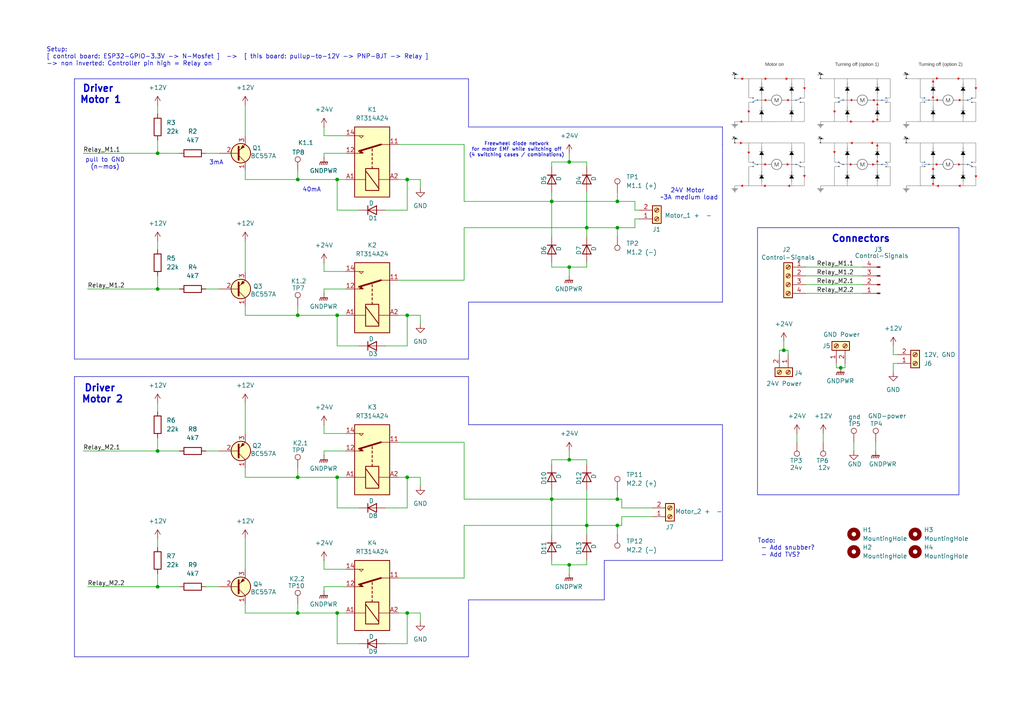
<source format=kicad_sch>
(kicad_sch (version 20231120) (generator "eeschema") (generator_version "8.0")
  (paper "A4")
  (title_block (title "chairAdjust relay-board") (date "2024-09-07") (rev "V1.0") (comment 1 "https://github.com/Jonny999999/armchair_fw ") (comment 2 "in both direction with protection") (comment 3 "2 motors for chair adjustment of armchair") (comment 4 "Relay board for controlling "))
  (lib_symbols
    (symbol "Connector:Conn_01x04_Pin" (pin_names (offset 1.016) hide)
      (property "Reference" "J" (at 0 5.08 0))
      (property "Value" "Conn_01x04_Pin" (at 0 -7.62 0))
      (symbol "Conn_01x04_Pin_1_1"
        (polyline (pts (xy 1.27 -5.08) (xy 0.8636 -5.08)) (stroke (width 0.1524)))
        (polyline (pts (xy 1.27 -2.54) (xy 0.8636 -2.54)) (stroke (width 0.1524)))
        (polyline (pts (xy 1.27 0) (xy 0.8636 0)) (stroke (width 0.1524)))
        (polyline (pts (xy 1.27 2.54) (xy 0.8636 2.54)) (stroke (width 0.1524)))
        (rectangle (start 0.8636 -4.953) (end 0 -5.207) (stroke (width 0.1524)) (fill (type outline)))
        (rectangle (start 0.8636 -2.413) (end 0 -2.667) (stroke (width 0.1524)) (fill (type outline)))
        (rectangle (start 0.8636 0.127) (end 0 -0.127) (stroke (width 0.1524)) (fill (type outline)))
        (rectangle (start 0.8636 2.667) (end 0 2.413) (stroke (width 0.1524)) (fill (type outline)))
        (pin passive line (at 5.08 2.54 180) (length 3.81) (name "Pin_1") (number "1"))
        (pin passive line (at 5.08 0 180) (length 3.81) (name "Pin_2") (number "2"))
        (pin passive line (at 5.08 -2.54 180) (length 3.81) (name "Pin_3") (number "3"))
        (pin passive line (at 5.08 -5.08 180) (length 3.81) (name "Pin_4") (number "4"))
      )
    )
    (symbol "Connector:Screw_Terminal_01x02" (pin_names (offset 1.016) hide)
      (property "Reference" "J" (at 0 2.54 0))
      (property "Value" "Screw_Terminal_01x02" (at 0 -5.08 0))
      (symbol "Screw_Terminal_01x02_1_1"
        (rectangle (start -1.27 1.27) (end 1.27 -3.81) (stroke (width 0.254)) (fill (type background)))
        (circle (center 0 -2.54) (radius 0.635) (stroke (width 0.1524)))
        (polyline (pts (xy -0.5334 -2.2098) (xy 0.3302 -3.048)) (stroke (width 0.1524)))
        (polyline (pts (xy -0.5334 0.3302) (xy 0.3302 -0.508)) (stroke (width 0.1524)))
        (polyline (pts (xy -0.3556 -2.032) (xy 0.508 -2.8702)) (stroke (width 0.1524)))
        (polyline (pts (xy -0.3556 0.508) (xy 0.508 -0.3302)) (stroke (width 0.1524)))
        (circle (center 0 0) (radius 0.635) (stroke (width 0.1524)))
        (pin passive line (at -5.08 0 0) (length 3.81) (name "Pin_1") (number "1"))
        (pin passive line (at -5.08 -2.54 0) (length 3.81) (name "Pin_2") (number "2"))
      )
    )
    (symbol "Connector:Screw_Terminal_01x04" (pin_names (offset 1.016) hide)
      (property "Reference" "J" (at 0 5.08 0))
      (property "Value" "Screw_Terminal_01x04" (at 0 -7.62 0))
      (symbol "Screw_Terminal_01x04_1_1"
        (rectangle (start -1.27 3.81) (end 1.27 -6.35) (stroke (width 0.254)) (fill (type background)))
        (circle (center 0 -5.08) (radius 0.635) (stroke (width 0.1524)))
        (circle (center 0 -2.54) (radius 0.635) (stroke (width 0.1524)))
        (polyline (pts (xy -0.5334 -4.7498) (xy 0.3302 -5.588)) (stroke (width 0.1524)))
        (polyline (pts (xy -0.5334 -2.2098) (xy 0.3302 -3.048)) (stroke (width 0.1524)))
        (polyline (pts (xy -0.5334 0.3302) (xy 0.3302 -0.508)) (stroke (width 0.1524)))
        (polyline (pts (xy -0.5334 2.8702) (xy 0.3302 2.032)) (stroke (width 0.1524)))
        (polyline (pts (xy -0.3556 -4.572) (xy 0.508 -5.4102)) (stroke (width 0.1524)))
        (polyline (pts (xy -0.3556 -2.032) (xy 0.508 -2.8702)) (stroke (width 0.1524)))
        (polyline (pts (xy -0.3556 0.508) (xy 0.508 -0.3302)) (stroke (width 0.1524)))
        (polyline (pts (xy -0.3556 3.048) (xy 0.508 2.2098)) (stroke (width 0.1524)))
        (circle (center 0 0) (radius 0.635) (stroke (width 0.1524)))
        (circle (center 0 2.54) (radius 0.635) (stroke (width 0.1524)))
        (pin passive line (at -5.08 2.54 0) (length 3.81) (name "Pin_1") (number "1"))
        (pin passive line (at -5.08 0 0) (length 3.81) (name "Pin_2") (number "2"))
        (pin passive line (at -5.08 -2.54 0) (length 3.81) (name "Pin_3") (number "3"))
        (pin passive line (at -5.08 -5.08 0) (length 3.81) (name "Pin_4") (number "4"))
      )
    )
    (symbol "Connector:TestPoint" (pin_numbers hide) (pin_names (offset 0.762) hide)
      (property "Reference" "TP" (at 0 6.858 0))
      (property "Value" "TestPoint" (at 0 5.08 0))
      (symbol "TestPoint_0_1"
        (circle (center 0 3.302) (radius 0.762))
      )
      (symbol "TestPoint_1_1"
        (pin passive line (at 0 0 90) (length 2.54) (name "1") (number "1"))
      )
    )
    (symbol "Device:D" (pin_numbers hide) (pin_names (offset 1.016) hide)
      (property "Reference" "D" (at 0 2.54 0))
      (property "Value" "D" (at 0 -2.54 0))
      (symbol "D_0_1"
        (polyline (pts (xy -1.27 1.27) (xy -1.27 -1.27)) (stroke (width 0.254)))
        (polyline (pts (xy 1.27 0) (xy -1.27 0)))
        (polyline (pts (xy 1.27 1.27) (xy 1.27 -1.27) (xy -1.27 0) (xy 1.27 1.27)) (stroke (width 0.254)))
      )
      (symbol "D_1_1"
        (pin passive line (at -3.81 0 0) (length 2.54) (name "K") (number "1"))
        (pin passive line (at 3.81 0 180) (length 2.54) (name "A") (number "2"))
      )
    )
    (symbol "Device:R" (pin_numbers hide) (pin_names (offset 0))
      (property "Reference" "R" (at 2.032 0 90))
      (property "Value" "R" (at 0 0 90))
      (symbol "R_0_1"
        (rectangle (start -1.016 -2.54) (end 1.016 2.54) (stroke (width 0.254)))
      )
      (symbol "R_1_1"
        (pin passive line (at 0 3.81 270) (length 1.27) (name "~") (number "1"))
        (pin passive line (at 0 -3.81 90) (length 1.27) (name "~") (number "2"))
      )
    )
    (symbol "Mechanical:MountingHole" (pin_names (offset 1.016)) (exclude_from_sim yes) (in_bom no)
      (property "Reference" "H" (at 0 5.08 0))
      (property "Value" "MountingHole" (at 0 3.175 0))
      (symbol "MountingHole_0_1"
        (circle (center 0 0) (radius 1.27) (stroke (width 1.27)))
      )
    )
    (symbol "Relay:RT314A24"
      (property "Reference" "K" (at 11.43 3.81 0))
      (property "Value" "RT314A24" (at 11.43 1.27 0))
      (symbol "RT314A24_0_0"
        (polyline (pts (xy -2.54 1.905) (xy -7.62 -1.905)) (stroke (width 0.254)))
      )
      (symbol "RT314A24_0_1"
        (rectangle (start -10.16 5.08) (end 10.16 -5.08) (stroke (width 0.254)) (fill (type background)))
        (rectangle (start -8.255 1.905) (end -1.905 -1.905) (stroke (width 0.254)))
        (polyline (pts (xy -5.08 -5.08) (xy -5.08 -1.905)))
        (polyline (pts (xy -5.08 5.08) (xy -5.08 1.905)))
        (polyline (pts (xy -1.905 0) (xy -1.27 0)) (stroke (width 0.254)))
        (polyline (pts (xy -0.635 0) (xy 0 0)) (stroke (width 0.254)))
        (polyline (pts (xy 0.635 0) (xy 1.27 0)) (stroke (width 0.254)))
        (polyline (pts (xy 1.905 0) (xy 2.54 0)) (stroke (width 0.254)))
        (polyline (pts (xy 3.175 0) (xy 3.81 0)) (stroke (width 0.254)))
        (polyline (pts (xy 5.08 -2.54) (xy 3.175 3.81)) (stroke (width 0.508)))
        (polyline (pts (xy 5.08 -2.54) (xy 5.08 -5.08)))
        (polyline (pts (xy 2.54 5.08) (xy 2.54 2.54) (xy 3.175 3.175) (xy 2.54 3.81)) (fill (type outline)))
        (polyline (pts (xy 7.62 5.08) (xy 7.62 2.54) (xy 6.985 3.175) (xy 7.62 3.81)))
      )
      (symbol "RT314A24_1_1"
        (pin passive line (at 5.08 -7.62 90) (length 2.54) (name "~") (number "11"))
        (pin passive line (at 2.54 7.62 270) (length 2.54) (name "~") (number "12"))
        (pin passive line (at 7.62 7.62 270) (length 2.54) (name "~") (number "14"))
        (pin passive line (at -5.08 7.62 270) (length 2.54) (name "~") (number "A1"))
        (pin passive line (at -5.08 -7.62 90) (length 2.54) (name "~") (number "A2"))
      )
    )
    (symbol "Transistor_BJT_AKL:BC557A" (pin_names hide)
      (property "Reference" "Q" (at 5.08 1.27 0))
      (property "Value" "BC557A" (at 5.08 -1.27 0))
      (symbol "BC557A_0_1"
        (polyline (pts (xy 0.635 -0.635) (xy 2.54 -2.54)))
        (polyline (pts (xy 0.635 -1.905) (xy 0.635 1.905) (xy 0.635 1.905)) (stroke (width 0.508)))
        (polyline (pts (xy 0.635 0.635) (xy 2.54 2.54) (xy 2.54 2.54)))
        (polyline (pts (xy 2.286 1.778) (xy 1.778 2.286) (xy 1.27 1.27) (xy 2.286 1.778) (xy 2.286 1.778)) (fill (type outline)))
        (circle (center 1.27 0) (radius 2.8194) (stroke (width 0.254)) (fill (type background)))
      )
      (symbol "BC557A_1_1"
        (pin passive line (at 2.54 -5.08 90) (length 2.54) (name "C") (number "1"))
        (pin input line (at -5.08 0 0) (length 5.715) (name "B") (number "2"))
        (pin passive line (at 2.54 5.08 270) (length 2.54) (name "E") (number "3"))
      )
    )
    (symbol "power:+12V" (power) (pin_numbers hide) (pin_names (offset 0) hide)
      (property "Value" "+12V" (at 0 3.556 0))
      (symbol "+12V_0_1"
        (polyline (pts (xy -0.762 1.27) (xy 0 2.54)))
        (polyline (pts (xy 0 0) (xy 0 2.54)))
        (polyline (pts (xy 0 2.54) (xy 0.762 1.27)))
      )
      (symbol "+12V_1_1"
        (pin power_in line (at 0 0 90) (length 0) (name "~") (number "1"))
      )
    )
    (symbol "power:+24V" (power) (pin_numbers hide) (pin_names (offset 0) hide)
      (property "Value" "+24V" (at 0 3.556 0))
      (symbol "+24V_0_1"
        (polyline (pts (xy -0.762 1.27) (xy 0 2.54)))
        (polyline (pts (xy 0 0) (xy 0 2.54)))
        (polyline (pts (xy 0 2.54) (xy 0.762 1.27)))
      )
      (symbol "+24V_1_1"
        (pin power_in line (at 0 0 90) (length 0) (name "~") (number "1"))
      )
    )
    (symbol "power:GND" (power) (pin_numbers hide) (pin_names (offset 0) hide)
      (property "Value" "GND" (at 0 -3.81 0))
      (symbol "GND_0_1"
        (polyline (pts (xy 0 0) (xy 0 -1.27) (xy 1.27 -1.27) (xy 0 -2.54) (xy -1.27 -1.27) (xy 0 -1.27)))
      )
      (symbol "GND_1_1"
        (pin power_in line (at 0 0 270) (length 0) (name "~") (number "1"))
      )
    )
    (symbol "power:GNDPWR" (power) (pin_numbers hide) (pin_names (offset 0) hide)
      (property "Value" "GNDPWR" (at 0 -3.302 0))
      (symbol "GNDPWR_0_1"
        (polyline (pts (xy 0 -1.27) (xy 0 0)))
        (polyline (pts (xy -1.016 -1.27) (xy -1.27 -2.032) (xy -1.27 -2.032)) (stroke (width 0.2032)))
        (polyline (pts (xy -0.508 -1.27) (xy -0.762 -2.032) (xy -0.762 -2.032)) (stroke (width 0.2032)))
        (polyline (pts (xy 0 -1.27) (xy -0.254 -2.032) (xy -0.254 -2.032)) (stroke (width 0.2032)))
        (polyline (pts (xy 0.508 -1.27) (xy 0.254 -2.032) (xy 0.254 -2.032)) (stroke (width 0.2032)))
        (polyline (pts (xy 1.016 -1.27) (xy -1.016 -1.27) (xy -1.016 -1.27)) (stroke (width 0.2032)))
        (polyline (pts (xy 1.016 -1.27) (xy 0.762 -2.032) (xy 0.762 -2.032) (xy 0.762 -2.032)) (stroke (width 0.2032)))
      )
      (symbol "GNDPWR_1_1"
        (pin power_in line (at 0 0 270) (length 0) (name "~") (number "1"))
      )
    )
  )
  (junction (at 118.11 91.44))
  (junction (at 160.02 58.42))
  (junction (at 86.36 52.07))
  (junction (at 243.84 106.68))
  (junction (at 179.07 58.42))
  (junction (at 165.1 77.47))
  (junction (at 170.18 152.4))
  (junction (at 45.72 130.81))
  (junction (at 165.1 133.35))
  (junction (at 86.36 177.8))
  (junction (at 97.79 52.07))
  (junction (at 118.11 138.43))
  (junction (at 160.02 144.78))
  (junction (at 118.11 177.8))
  (junction (at 165.1 46.99))
  (junction (at 97.79 138.43))
  (junction (at 179.07 144.78))
  (junction (at 86.36 91.44))
  (junction (at 179.07 66.04))
  (junction (at 97.79 177.8))
  (junction (at 118.11 52.07))
  (junction (at 45.72 44.45))
  (junction (at 86.36 138.43))
  (junction (at 97.79 91.44))
  (junction (at 45.72 170.18))
  (junction (at 227.33 101.6))
  (junction (at 165.1 163.83))
  (junction (at 179.07 152.4))
  (junction (at 170.18 66.04))
  (junction (at 45.72 83.82))
  (wire (pts (xy 118.11 138.43) (xy 121.92 138.43)))
  (wire (pts (xy 71.12 156.21) (xy 71.12 165.1)))
  (wire (pts (xy 71.12 30.48) (xy 71.12 39.37)))
  (wire (pts (xy 243.84 106.68) (xy 245.11 106.68)))
  (wire (pts (xy 25.4 170.18) (xy 45.72 170.18)))
  (wire (pts (xy 100.33 91.44) (xy 97.79 91.44)))
  (wire (pts (xy 180.34 147.32) (xy 189.23 147.32)))
  (polyline (pts (xy 209.55 36.83) (xy 209.55 41.91)))
  (wire (pts (xy 45.72 30.48) (xy 45.72 33.02)))
  (wire (pts (xy 118.11 91.44) (xy 121.92 91.44)))
  (polyline (pts (xy 135.89 22.86) (xy 21.59 22.86)))
  (wire (pts (xy 86.36 177.8) (xy 97.79 177.8)))
  (wire (pts (xy 165.1 77.47) (xy 165.1 80.01)))
  (wire (pts (xy 184.15 58.42) (xy 184.15 60.96)))
  (wire (pts (xy 226.06 102.87) (xy 226.06 101.6)))
  (wire (pts (xy 165.1 130.81) (xy 165.1 133.35)))
  (wire (pts (xy 100.33 138.43) (xy 97.79 138.43)))
  (wire (pts (xy 180.34 144.78) (xy 180.34 147.32)))
  (wire (pts (xy 97.79 52.07) (xy 97.79 60.96)))
  (wire (pts (xy 170.18 133.35) (xy 170.18 134.62)))
  (polyline (pts (xy 209.55 162.56) (xy 209.55 123.19)))
  (wire (pts (xy 245.11 105.41) (xy 245.11 106.68)))
  (wire (pts (xy 97.79 60.96) (xy 104.14 60.96)))
  (wire (pts (xy 45.72 156.21) (xy 45.72 158.75)))
  (wire (pts (xy 115.57 91.44) (xy 118.11 91.44)))
  (wire (pts (xy 71.12 91.44) (xy 86.36 91.44)))
  (wire (pts (xy 254 128.27) (xy 254 130.81)))
  (wire (pts (xy 134.62 128.27) (xy 134.62 144.78)))
  (wire (pts (xy 228.6 101.6) (xy 228.6 102.87)))
  (wire (pts (xy 180.34 149.86) (xy 180.34 152.4)))
  (wire (pts (xy 71.12 88.9) (xy 71.12 91.44)))
  (wire (pts (xy 93.98 162.56) (xy 93.98 165.1)))
  (wire (pts (xy 134.62 41.91) (xy 134.62 58.42)))
  (wire (pts (xy 259.08 100.33) (xy 259.08 102.87)))
  (wire (pts (xy 160.02 162.56) (xy 160.02 163.83)))
  (wire (pts (xy 121.92 52.07) (xy 121.92 54.61)))
  (wire (pts (xy 179.07 66.04) (xy 184.15 66.04)))
  (wire (pts (xy 160.02 55.88) (xy 160.02 58.42)))
  (wire (pts (xy 97.79 100.33) (xy 104.14 100.33)))
  (wire (pts (xy 93.98 83.82) (xy 100.33 83.82)))
  (wire (pts (xy 170.18 142.24) (xy 170.18 152.4)))
  (wire (pts (xy 170.18 152.4) (xy 134.62 152.4)))
  (wire (pts (xy 71.12 138.43) (xy 86.36 138.43)))
  (wire (pts (xy 179.07 58.42) (xy 184.15 58.42)))
  (wire (pts (xy 160.02 134.62) (xy 160.02 133.35)))
  (wire (pts (xy 121.92 177.8) (xy 121.92 180.34)))
  (wire (pts (xy 45.72 40.64) (xy 45.72 44.45)))
  (wire (pts (xy 233.68 85.09) (xy 250.19 85.09)))
  (wire (pts (xy 179.07 152.4) (xy 179.07 154.94)))
  (wire (pts (xy 93.98 85.09) (xy 93.98 83.82)))
  (wire (pts (xy 259.08 107.95) (xy 259.08 105.41)))
  (wire (pts (xy 242.57 106.68) (xy 243.84 106.68)))
  (wire (pts (xy 184.15 66.04) (xy 184.15 63.5)))
  (wire (pts (xy 118.11 52.07) (xy 118.11 60.96)))
  (wire (pts (xy 179.07 142.24) (xy 179.07 144.78)))
  (wire (pts (xy 134.62 144.78) (xy 160.02 144.78)))
  (wire (pts (xy 97.79 138.43) (xy 97.79 147.32)))
  (wire (pts (xy 59.69 44.45) (xy 63.5 44.45)))
  (wire (pts (xy 111.76 147.32) (xy 118.11 147.32)))
  (wire (pts (xy 86.36 135.89) (xy 86.36 138.43)))
  (wire (pts (xy 45.72 80.01) (xy 45.72 83.82)))
  (wire (pts (xy 97.79 177.8) (xy 97.79 186.69)))
  (wire (pts (xy 170.18 152.4) (xy 170.18 154.94)))
  (wire (pts (xy 134.62 58.42) (xy 160.02 58.42)))
  (wire (pts (xy 160.02 58.42) (xy 160.02 68.58)))
  (polyline (pts (xy 135.89 36.83) (xy 135.89 22.86)))
  (wire (pts (xy 233.68 82.55) (xy 250.19 82.55)))
  (wire (pts (xy 179.07 66.04) (xy 179.07 68.58)))
  (wire (pts (xy 86.36 49.53) (xy 86.36 52.07)))
  (wire (pts (xy 115.57 138.43) (xy 118.11 138.43)))
  (wire (pts (xy 165.1 133.35) (xy 170.18 133.35)))
  (wire (pts (xy 170.18 46.99) (xy 170.18 48.26)))
  (wire (pts (xy 93.98 123.19) (xy 93.98 125.73)))
  (wire (pts (xy 25.4 83.82) (xy 45.72 83.82)))
  (wire (pts (xy 71.12 69.85) (xy 71.12 78.74)))
  (polyline (pts (xy 135.89 104.14) (xy 135.89 87.63)))
  (wire (pts (xy 165.1 46.99) (xy 170.18 46.99)))
  (wire (pts (xy 118.11 177.8) (xy 121.92 177.8)))
  (wire (pts (xy 170.18 163.83) (xy 170.18 162.56)))
  (wire (pts (xy 71.12 116.84) (xy 71.12 125.73)))
  (wire (pts (xy 180.34 152.4) (xy 179.07 152.4)))
  (wire (pts (xy 160.02 76.2) (xy 160.02 77.47)))
  (wire (pts (xy 170.18 66.04) (xy 134.62 66.04)))
  (wire (pts (xy 184.15 63.5) (xy 185.42 63.5)))
  (wire (pts (xy 115.57 81.28) (xy 134.62 81.28)))
  (wire (pts (xy 179.07 144.78) (xy 180.34 144.78)))
  (wire (pts (xy 86.36 52.07) (xy 97.79 52.07)))
  (wire (pts (xy 93.98 171.45) (xy 93.98 170.18)))
  (wire (pts (xy 97.79 91.44) (xy 97.79 100.33)))
  (wire (pts (xy 160.02 142.24) (xy 160.02 144.78)))
  (polyline (pts (xy 135.89 87.63) (xy 209.55 87.63)))
  (wire (pts (xy 86.36 91.44) (xy 97.79 91.44)))
  (wire (pts (xy 93.98 45.72) (xy 93.98 44.45)))
  (wire (pts (xy 227.33 101.6) (xy 228.6 101.6)))
  (wire (pts (xy 71.12 52.07) (xy 86.36 52.07)))
  (polyline (pts (xy 135.89 123.19) (xy 135.89 109.22)))
  (wire (pts (xy 86.36 175.26) (xy 86.36 177.8)))
  (wire (pts (xy 71.12 49.53) (xy 71.12 52.07)))
  (wire (pts (xy 231.14 125.73) (xy 231.14 128.27)))
  (wire (pts (xy 93.98 78.74) (xy 100.33 78.74)))
  (wire (pts (xy 160.02 163.83) (xy 165.1 163.83)))
  (wire (pts (xy 93.98 170.18) (xy 100.33 170.18)))
  (wire (pts (xy 115.57 41.91) (xy 134.62 41.91)))
  (wire (pts (xy 227.33 99.06) (xy 227.33 101.6)))
  (wire (pts (xy 134.62 152.4) (xy 134.62 167.64)))
  (wire (pts (xy 93.98 132.08) (xy 93.98 130.81)))
  (wire (pts (xy 111.76 100.33) (xy 118.11 100.33)))
  (wire (pts (xy 233.68 77.47) (xy 250.19 77.47)))
  (wire (pts (xy 115.57 128.27) (xy 134.62 128.27)))
  (wire (pts (xy 179.07 152.4) (xy 170.18 152.4)))
  (wire (pts (xy 24.13 44.45) (xy 45.72 44.45)))
  (wire (pts (xy 160.02 48.26) (xy 160.02 46.99)))
  (wire (pts (xy 134.62 66.04) (xy 134.62 81.28)))
  (wire (pts (xy 93.98 76.2) (xy 93.98 78.74)))
  (wire (pts (xy 93.98 125.73) (xy 100.33 125.73)))
  (wire (pts (xy 118.11 91.44) (xy 118.11 100.33)))
  (wire (pts (xy 100.33 52.07) (xy 97.79 52.07)))
  (wire (pts (xy 118.11 177.8) (xy 118.11 186.69)))
  (wire (pts (xy 259.08 102.87) (xy 260.35 102.87)))
  (wire (pts (xy 242.57 105.41) (xy 242.57 106.68)))
  (wire (pts (xy 165.1 163.83) (xy 170.18 163.83)))
  (wire (pts (xy 71.12 175.26) (xy 71.12 177.8)))
  (wire (pts (xy 93.98 44.45) (xy 100.33 44.45)))
  (wire (pts (xy 165.1 77.47) (xy 170.18 77.47)))
  (wire (pts (xy 165.1 163.83) (xy 165.1 166.37)))
  (wire (pts (xy 71.12 177.8) (xy 86.36 177.8)))
  (polyline (pts (xy 135.89 123.19) (xy 209.55 123.19)))
  (wire (pts (xy 93.98 165.1) (xy 100.33 165.1)))
  (wire (pts (xy 59.69 170.18) (xy 63.5 170.18)))
  (wire (pts (xy 184.15 60.96) (xy 185.42 60.96)))
  (wire (pts (xy 179.07 55.88) (xy 179.07 58.42)))
  (wire (pts (xy 45.72 44.45) (xy 52.07 44.45)))
  (wire (pts (xy 45.72 127) (xy 45.72 130.81)))
  (wire (pts (xy 59.69 130.81) (xy 63.5 130.81)))
  (wire (pts (xy 45.72 166.37) (xy 45.72 170.18)))
  (wire (pts (xy 170.18 66.04) (xy 170.18 68.58)))
  (wire (pts (xy 115.57 167.64) (xy 134.62 167.64)))
  (polyline (pts (xy 135.89 109.22) (xy 21.59 109.22)))
  (polyline (pts (xy 21.59 190.5) (xy 135.89 190.5)))
  (wire (pts (xy 45.72 69.85) (xy 45.72 72.39)))
  (wire (pts (xy 160.02 133.35) (xy 165.1 133.35)))
  (wire (pts (xy 45.72 170.18) (xy 52.07 170.18)))
  (polyline (pts (xy 21.59 22.86) (xy 21.59 24.13)))
  (wire (pts (xy 170.18 77.47) (xy 170.18 76.2)))
  (wire (pts (xy 100.33 177.8) (xy 97.79 177.8)))
  (wire (pts (xy 121.92 91.44) (xy 121.92 93.98)))
  (wire (pts (xy 179.07 66.04) (xy 170.18 66.04)))
  (polyline (pts (xy 135.89 36.83) (xy 209.55 36.83)))
  (polyline (pts (xy 175.26 173.99) (xy 175.26 162.56)))
  (wire (pts (xy 24.13 130.81) (xy 45.72 130.81)))
  (wire (pts (xy 160.02 144.78) (xy 179.07 144.78)))
  (wire (pts (xy 93.98 39.37) (xy 100.33 39.37)))
  (wire (pts (xy 233.68 80.01) (xy 250.19 80.01)))
  (wire (pts (xy 226.06 101.6) (xy 227.33 101.6)))
  (wire (pts (xy 115.57 177.8) (xy 118.11 177.8)))
  (wire (pts (xy 86.36 88.9) (xy 86.36 91.44)))
  (wire (pts (xy 97.79 147.32) (xy 104.14 147.32)))
  (wire (pts (xy 45.72 83.82) (xy 52.07 83.82)))
  (wire (pts (xy 118.11 52.07) (xy 121.92 52.07)))
  (wire (pts (xy 170.18 55.88) (xy 170.18 66.04)))
  (wire (pts (xy 111.76 60.96) (xy 118.11 60.96)))
  (polyline (pts (xy 135.89 173.99) (xy 175.26 173.99)))
  (wire (pts (xy 238.76 125.73) (xy 238.76 128.27)))
  (wire (pts (xy 160.02 58.42) (xy 179.07 58.42)))
  (polyline (pts (xy 175.26 162.56) (xy 209.55 162.56)))
  (wire (pts (xy 93.98 130.81) (xy 100.33 130.81)))
  (wire (pts (xy 247.65 128.27) (xy 247.65 130.81)))
  (polyline (pts (xy 209.55 87.63) (xy 209.55 41.91)))
  (wire (pts (xy 165.1 44.45) (xy 165.1 46.99)))
  (polyline (pts (xy 21.59 104.14) (xy 135.89 104.14)))
  (wire (pts (xy 97.79 186.69) (xy 104.14 186.69)))
  (wire (pts (xy 115.57 52.07) (xy 118.11 52.07)))
  (wire (pts (xy 45.72 130.81) (xy 52.07 130.81)))
  (wire (pts (xy 45.72 116.84) (xy 45.72 119.38)))
  (wire (pts (xy 86.36 138.43) (xy 97.79 138.43)))
  (wire (pts (xy 118.11 138.43) (xy 118.11 147.32)))
  (wire (pts (xy 160.02 144.78) (xy 160.02 154.94)))
  (wire (pts (xy 121.92 138.43) (xy 121.92 140.97)))
  (polyline (pts (xy 135.89 190.5) (xy 135.89 173.99)))
  (polyline (pts (xy 21.59 109.22) (xy 21.59 190.5)))
  (wire (pts (xy 259.08 105.41) (xy 260.35 105.41)))
  (wire (pts (xy 71.12 135.89) (xy 71.12 138.43)))
  (wire (pts (xy 111.76 186.69) (xy 118.11 186.69)))
  (polyline (pts (xy 21.59 24.13) (xy 21.59 104.14)))
  (wire (pts (xy 93.98 36.83) (xy 93.98 39.37)))
  (wire (pts (xy 160.02 77.47) (xy 165.1 77.47)))
  (wire (pts (xy 59.69 83.82) (xy 63.5 83.82)))
  (wire (pts (xy 160.02 46.99) (xy 165.1 46.99)))
  (wire (pts (xy 180.34 149.86) (xy 189.23 149.86)))
  (rectangle (start 219.71 66.04) (end 278.13 143.51))
  (image (at 247.65 36.83) (scale 0.346544))
  (text "Driver \nMotor 2" (at 29.718 114.3 0) (effects (font (size 2 2) (thickness 0.4) (bold yes))))
  (text "Connectors" (at 249.682 69.342 0) (effects (font (size 2 2) (thickness 0.4) (bold yes))))
  (text "Setup:\n[ control board: ESP32-GPIO-3.3V -> N-Mosfet ]  ->  [ this board: pullup-to-12V -> PNP-BJT -> Relay ]\n-> non inverted: Controller pin high = Relay on" (at 13.462 16.51 0) (effects (font (size 1.27 1.27)) (justify left)))
  (text "24V Motor \n~3A medium load" (at 199.898 56.388 0) (effects (font (size 1.27 1.27))))
  (text "pull to GND\n(n-mos)" (at 30.48 47.498 0) (effects (font (size 1.27 1.27))))
  (text "40mA\n" (at 90.424 55.118 0) (effects (font (size 1.27 1.27))))
  (text "Driver \nMotor 1" (at 29.21 27.432 0) (effects (font (size 2 2) (thickness 0.4) (bold yes))))
  (text "Todo: \n - Add snubber?\n - Add TVS?" (at 219.71 159.004 0) (effects (font (size 1.27 1.27)) (justify left)))
  (text "Freewheel diode network\nfor motor EMF while switching off\n(4 switching cases / combinations)" (at 149.86 43.434 0) (effects (font (size 1 1))))
  (text "3mA" (at 62.738 47.244 0) (effects (font (size 1.27 1.27))))
  (label "Relay_M2.2" (at 247.65 85.09 180))
  (label "Relay_M1.1" (at 247.65 77.47 180))
  (label "Relay_M1.1" (at 24.13 44.45 0))
  (label "Relay_M2.1" (at 24.13 130.81 0))
  (label "Relay_M1.2" (at 247.65 80.01 180))
  (label "Relay_M1.2" (at 25.4 83.82 0))
  (label "Relay_M2.1" (at 247.65 82.55 180))
  (label "Relay_M2.2" (at 25.4 170.18 0))
  (symbol (lib_id "Device:D") (at 160.02 158.75 270) (unit 1)
    (property "Reference" "D11" (at 157.734 159.004 0))
    (property "Value" "D" (at 162.052 158.496 0))
    (property "Footprint" "Diode_THT_AKL_Double:D_DO-27_P20.32mm_Horizontal" (effects (hide yes)))
    (property "Description" "Diode" (effects (hide yes)))
    (property "Sim.Device" "D" (effects (hide yes)))
    (property "Sim.Pins" "1=K 2=A" (effects (hide yes)))
  )
  (symbol (lib_id "Device:D") (at 107.95 186.69 0) (unit 1)
    (property "Reference" "D9" (at 108.204 188.976 0))
    (property "Value" "D" (at 107.696 184.658 0))
    (property "Footprint" "Diode_THT_AKL:D_5W_P12.70mm_Horizontal" (effects (hide yes)))
    (property "Description" "Diode" (effects (hide yes)))
    (property "Sim.Device" "D" (effects (hide yes)))
    (property "Sim.Pins" "1=K 2=A" (effects (hide yes)))
  )
  (symbol (lib_id "Connector:Conn_01x04_Pin") (at 255.27 82.55 180) (unit 1)
    (property "Reference" "J3" (at 253.492 72.39 0) (effects (justify right)))
    (property "Value" "Control-Signals" (at 247.904 74.168 0) (effects (justify right)))
    (property "Footprint" "Connector_PinHeader_2.54mm:PinHeader_1x04_P2.54mm_Vertical" (effects (hide yes)))
    (property "Description" "Generic connector, single row, 01x04, script generated" (effects (hide yes)))
  )
  (symbol (lib_id "power:GND") (at 259.08 107.95 0) (unit 1)
    (property "Reference" "#PWR015" (effects (hide yes)))
    (property "Value" "GND" (at 259.08 113.03 0))
    (property "Description" "Power symbol creates a global label with name \"GND\" , ground" (effects (hide yes)))
  )
  (symbol (lib_id "Connector:TestPoint") (at 231.14 128.27 180) (unit 1)
    (property "Reference" "TP3" (at 229.108 133.604 0) (effects (justify right)))
    (property "Value" "24v" (at 229.108 135.636 0) (effects (justify right)))
    (property "Footprint" "Connector_PinHeader_1.00mm:PinHeader_1x01_P1.00mm_Vertical" (effects (hide yes)))
    (property "Description" "test point" (effects (hide yes)))
  )
  (symbol (lib_id "power:GNDPWR") (at 254 130.81 0) (unit 1)
    (property "Reference" "#PWR017" (effects (hide yes)))
    (property "Value" "GNDPWR" (at 256.032 134.62 0))
    (property "Description" "Power symbol creates a global label with name \"GNDPWR\" , global ground" (effects (hide yes)))
  )
  (symbol (lib_id "power:+12V") (at 45.72 69.85 0) (unit 1)
    (property "Reference" "#PWR020" (effects (hide yes)))
    (property "Value" "+12V" (at 45.72 64.77 0))
    (property "Description" "Power symbol creates a global label with name \"+12V\"" (effects (hide yes)))
  )
  (symbol (lib_id "Device:R") (at 45.72 36.83 180) (unit 1)
    (property "Reference" "R3" (at 48.26 35.5599 0) (effects (justify right)))
    (property "Value" "22k" (at 48.26 38.0999 0) (effects (justify right)))
    (property "Footprint" "Resistor_THT:R_Axial_DIN0207_L6.3mm_D2.5mm_P10.16mm_Horizontal" (effects (hide yes)))
    (property "Description" "Resistor" (effects (hide yes)))
  )
  (symbol (lib_id "Device:D") (at 107.95 60.96 0) (unit 1)
    (property "Reference" "D1" (at 108.204 63.246 0))
    (property "Value" "D" (at 107.696 58.928 0))
    (property "Footprint" "Diode_THT_AKL:D_5W_P12.70mm_Horizontal" (effects (hide yes)))
    (property "Description" "Diode" (effects (hide yes)))
    (property "Sim.Device" "D" (effects (hide yes)))
    (property "Sim.Pins" "1=K 2=A" (effects (hide yes)))
  )
  (symbol (lib_id "Mechanical:MountingHole") (at 265.43 154.94 0) (unit 1) (exclude_from_sim yes) (in_bom no)
    (property "Reference" "H3" (at 267.97 153.6699 0) (effects (justify left)))
    (property "Value" "MountingHole" (at 267.97 156.2099 0) (effects (justify left)))
    (property "Footprint" "MountingHole:MountingHole_5.3mm_M5" (effects (hide yes)))
    (property "Description" "Mounting Hole without connection" (effects (hide yes)))
  )
  (symbol (lib_id "Relay:RT314A24") (at 107.95 133.35 90) (unit 1)
    (property "Reference" "K3" (at 107.95 118.11 90))
    (property "Value" "RT314A24" (at 107.95 120.65 90))
    (property "Footprint" "Relay_THT:Relay_SPDT_Schrack-RT1-16A-FormC_RM5mm" (effects (hide yes)))
    (property "Datasheet" "https://www.te.com/commerce/DocumentDelivery/DDEController?Action=srchrtrv&DocNm=RT1_bistable&DocType=DS&DocLang=English" (effects (hide yes)))
  )
  (symbol (lib_id "Device:R") (at 45.72 162.56 180) (unit 1)
    (property "Reference" "R7" (at 48.26 161.2899 0) (effects (justify right)))
    (property "Value" "22k" (at 48.26 163.8299 0) (effects (justify right)))
    (property "Footprint" "Resistor_THT:R_Axial_DIN0207_L6.3mm_D2.5mm_P10.16mm_Horizontal" (effects (hide yes)))
    (property "Description" "Resistor" (effects (hide yes)))
  )
  (symbol (lib_id "power:GND") (at 121.92 140.97 0) (unit 1)
    (property "Reference" "#PWR029" (effects (hide yes)))
    (property "Value" "GND" (at 121.92 146.05 0))
    (property "Description" "Power symbol creates a global label with name \"GND\" , ground" (effects (hide yes)))
  )
  (symbol (lib_id "power:+24V") (at 93.98 123.19 0) (unit 1)
    (property "Reference" "#PWR025" (effects (hide yes)))
    (property "Value" "+24V" (at 93.98 118.11 0))
    (property "Description" "Power symbol creates a global label with name \"+24V\"" (effects (hide yes)))
  )
  (symbol (lib_id "Connector:TestPoint") (at 86.36 135.89 0) (unit 1)
    (property "Reference" "TP9" (at 88.392 130.556 0) (effects (justify right)))
    (property "Value" "K2.1" (at 89.408 128.524 0) (effects (justify right)))
    (property "Footprint" "Connector_PinHeader_1.00mm:PinHeader_1x01_P1.00mm_Vertical" (effects (hide yes)))
    (property "Description" "test point" (effects (hide yes)))
  )
  (symbol (lib_id "Device:D") (at 170.18 138.43 270) (unit 1)
    (property "Reference" "D12" (at 167.894 138.684 0))
    (property "Value" "D" (at 172.212 138.176 0))
    (property "Footprint" "Diode_THT_AKL_Double:D_DO-27_P20.32mm_Horizontal" (effects (hide yes)))
    (property "Description" "Diode" (effects (hide yes)))
    (property "Sim.Device" "D" (effects (hide yes)))
    (property "Sim.Pins" "1=K 2=A" (effects (hide yes)))
  )
  (symbol (lib_id "Device:D") (at 170.18 52.07 270) (unit 1)
    (property "Reference" "D4" (at 167.894 52.324 0))
    (property "Value" "D" (at 172.212 51.816 0))
    (property "Footprint" "Diode_THT_AKL_Double:D_DO-27_P20.32mm_Horizontal" (effects (hide yes)))
    (property "Description" "Diode" (effects (hide yes)))
    (property "Sim.Device" "D" (effects (hide yes)))
    (property "Sim.Pins" "1=K 2=A" (effects (hide yes)))
  )
  (symbol (lib_id "Device:D") (at 170.18 158.75 270) (unit 1)
    (property "Reference" "D13" (at 167.894 159.004 0))
    (property "Value" "D" (at 172.212 158.496 0))
    (property "Footprint" "Diode_THT_AKL_Double:D_DO-27_P20.32mm_Horizontal" (effects (hide yes)))
    (property "Description" "Diode" (effects (hide yes)))
    (property "Sim.Device" "D" (effects (hide yes)))
    (property "Sim.Pins" "1=K 2=A" (effects (hide yes)))
  )
  (symbol (lib_id "power:GNDPWR") (at 93.98 132.08 0) (unit 1)
    (property "Reference" "#PWR026" (effects (hide yes)))
    (property "Value" "GNDPWR" (at 93.853 135.89 0))
    (property "Description" "Power symbol creates a global label with name \"GNDPWR\" , global ground" (effects (hide yes)))
  )
  (symbol (lib_id "power:+12V") (at 45.72 30.48 0) (unit 1)
    (property "Reference" "#PWR05" (effects (hide yes)))
    (property "Value" "+12V" (at 45.72 25.4 0))
    (property "Description" "Power symbol creates a global label with name \"+12V\"" (effects (hide yes)))
  )
  (symbol (lib_id "Connector:TestPoint") (at 238.76 128.27 180) (unit 1)
    (property "Reference" "TP6" (at 236.728 133.604 0) (effects (justify right)))
    (property "Value" "12v" (at 237.236 135.636 0) (effects (justify right)))
    (property "Footprint" "Connector_PinHeader_1.00mm:PinHeader_1x01_P1.00mm_Vertical" (effects (hide yes)))
    (property "Description" "test point" (effects (hide yes)))
  )
  (symbol (lib_id "power:GND") (at 247.65 130.81 0) (unit 1)
    (property "Reference" "#PWR018" (effects (hide yes)))
    (property "Value" "GND" (at 247.904 134.62 0))
    (property "Description" "Power symbol creates a global label with name \"GND\" , ground" (effects (hide yes)))
  )
  (symbol (lib_id "power:+24V") (at 93.98 76.2 0) (unit 1)
    (property "Reference" "#PWR08" (effects (hide yes)))
    (property "Value" "+24V" (at 93.98 71.12 0))
    (property "Description" "Power symbol creates a global label with name \"+24V\"" (effects (hide yes)))
  )
  (symbol (lib_id "power:+12V") (at 71.12 69.85 0) (unit 1)
    (property "Reference" "#PWR07" (effects (hide yes)))
    (property "Value" "+12V" (at 71.12 64.77 0))
    (property "Description" "Power symbol creates a global label with name \"+12V\"" (effects (hide yes)))
  )
  (symbol (lib_id "power:GNDPWR") (at 93.98 85.09 0) (unit 1)
    (property "Reference" "#PWR09" (effects (hide yes)))
    (property "Value" "GNDPWR" (at 93.853 88.9 0))
    (property "Description" "Power symbol creates a global label with name \"GNDPWR\" , global ground" (effects (hide yes)))
  )
  (symbol (lib_id "power:+12V") (at 71.12 116.84 0) (unit 1)
    (property "Reference" "#PWR023" (effects (hide yes)))
    (property "Value" "+12V" (at 71.12 111.76 0))
    (property "Description" "Power symbol creates a global label with name \"+12V\"" (effects (hide yes)))
  )
  (symbol (lib_id "Device:D") (at 160.02 72.39 270) (unit 1)
    (property "Reference" "D6" (at 157.734 72.644 0))
    (property "Value" "D" (at 162.052 72.136 0))
    (property "Footprint" "Diode_THT_AKL_Double:D_DO-27_P20.32mm_Horizontal" (effects (hide yes)))
    (property "Description" "Diode" (effects (hide yes)))
    (property "Sim.Device" "D" (effects (hide yes)))
    (property "Sim.Pins" "1=K 2=A" (effects (hide yes)))
  )
  (symbol (lib_id "power:+24V") (at 93.98 36.83 0) (unit 1)
    (property "Reference" "#PWR02" (effects (hide yes)))
    (property "Value" "+24V" (at 93.98 31.75 0))
    (property "Description" "Power symbol creates a global label with name \"+24V\"" (effects (hide yes)))
  )
  (symbol (lib_id "Device:R") (at 55.88 170.18 90) (unit 1)
    (property "Reference" "R9" (at 55.88 163.83 90))
    (property "Value" "4k7" (at 55.88 166.37 90))
    (property "Footprint" "Resistor_THT:R_Axial_DIN0207_L6.3mm_D2.5mm_P10.16mm_Horizontal" (effects (hide yes)))
    (property "Description" "Resistor" (effects (hide yes)))
  )
  (symbol (lib_id "power:+24V") (at 227.33 99.06 0) (unit 1)
    (property "Reference" "#PWR013" (effects (hide yes)))
    (property "Value" "+24V" (at 227.33 93.98 0))
    (property "Description" "Power symbol creates a global label with name \"+24V\"" (effects (hide yes)))
  )
  (symbol (lib_id "Mechanical:MountingHole") (at 247.65 160.02 0) (unit 1) (exclude_from_sim yes) (in_bom no)
    (property "Reference" "H2" (at 250.19 158.7499 0) (effects (justify left)))
    (property "Value" "MountingHole" (at 250.19 161.2899 0) (effects (justify left)))
    (property "Footprint" "MountingHole:MountingHole_5.3mm_M5" (effects (hide yes)))
    (property "Description" "Mounting Hole without connection" (effects (hide yes)))
  )
  (symbol (lib_id "Connector:TestPoint") (at 179.07 55.88 0) (unit 1)
    (property "Reference" "TP1" (at 181.61 51.3079 0) (effects (justify left)))
    (property "Value" "M1.1 (+)" (at 181.61 53.8479 0) (effects (justify left)))
    (property "Footprint" "Connector_PinHeader_1.00mm:PinHeader_1x01_P1.00mm_Vertical" (effects (hide yes)))
    (property "Description" "test point" (effects (hide yes)))
  )
  (symbol (lib_id "Relay:RT314A24") (at 107.95 86.36 90) (unit 1)
    (property "Reference" "K2" (at 107.95 71.12 90))
    (property "Value" "RT314A24" (at 107.95 73.66 90))
    (property "Footprint" "Relay_THT:Relay_SPDT_Schrack-RT1-16A-FormC_RM5mm" (effects (hide yes)))
    (property "Datasheet" "https://www.te.com/commerce/DocumentDelivery/DDEController?Action=srchrtrv&DocNm=RT1_bistable&DocType=DS&DocLang=English" (effects (hide yes)))
  )
  (symbol (lib_id "power:GNDPWR") (at 93.98 171.45 0) (unit 1)
    (property "Reference" "#PWR028" (effects (hide yes)))
    (property "Value" "GNDPWR" (at 93.853 175.26 0))
    (property "Description" "Power symbol creates a global label with name \"GNDPWR\" , global ground" (effects (hide yes)))
  )
  (symbol (lib_id "Transistor_BJT_AKL:BC557A") (at 68.58 44.45 0) (unit 1)
    (property "Reference" "Q1" (at 73.152 42.926 0) (effects (justify left)))
    (property "Value" "BC557A" (at 72.644 45.212 0) (effects (justify left)))
    (property "Footprint" "Package_TO_SOT_THT_AKL:TO-92_Inline_Wide_CBE" (effects (hide yes)))
    (property "Datasheet" "https://www.tme.eu/Document/19c3b49670dc51eab7374dcc2c4f9200/BC556-BC560.pdf" (effects (hide yes)))
    (property "Description" "PNP TO-92 transistor, 45V, 100mA, 500mW, Complementary to BC547, Alternate KiCAD Library" (effects (hide yes)))
  )
  (symbol (lib_id "Connector:TestPoint") (at 179.07 68.58 180) (unit 1)
    (property "Reference" "TP2" (at 181.61 70.6119 0) (effects (justify right)))
    (property "Value" "M1.2 (-)" (at 181.61 73.1519 0) (effects (justify right)))
    (property "Footprint" "Connector_PinHeader_1.00mm:PinHeader_1x01_P1.00mm_Vertical" (effects (hide yes)))
    (property "Description" "test point" (effects (hide yes)))
  )
  (symbol (lib_id "Connector:Screw_Terminal_01x02") (at 194.31 149.86 0) (mirror x) (unit 1)
    (property "Reference" "J7" (at 193.04 152.908 0) (effects (justify left)))
    (property "Value" "Motor_2 +  -" (at 195.834 148.336 0) (effects (justify left)))
    (property "Footprint" "TerminalBlock:TerminalBlock_bornier-2_P5.08mm" (effects (hide yes)))
    (property "Description" "Generic screw terminal, single row, 01x02, script generated (kicad-library-utils/schlib/autogen/connector/)" (effects (hide yes)))
  )
  (symbol (lib_id "power:GNDPWR") (at 165.1 80.01 0) (unit 1)
    (property "Reference" "#PWR06" (effects (hide yes)))
    (property "Value" "GNDPWR" (at 164.973 83.82 0))
    (property "Description" "Power symbol creates a global label with name \"GNDPWR\" , global ground" (effects (hide yes)))
  )
  (symbol (lib_id "Device:D") (at 160.02 138.43 270) (unit 1)
    (property "Reference" "D10" (at 157.734 138.684 0))
    (property "Value" "D" (at 162.052 138.176 0))
    (property "Footprint" "Diode_THT_AKL_Double:D_DO-27_P20.32mm_Horizontal" (effects (hide yes)))
    (property "Description" "Diode" (effects (hide yes)))
    (property "Sim.Device" "D" (effects (hide yes)))
    (property "Sim.Pins" "1=K 2=A" (effects (hide yes)))
  )
  (symbol (lib_id "Transistor_BJT_AKL:BC557A") (at 68.58 170.18 0) (unit 1)
    (property "Reference" "Q4" (at 73.406 169.418 0) (effects (justify left)))
    (property "Value" "BC557A" (at 72.644 171.704 0) (effects (justify left)))
    (property "Footprint" "Package_TO_SOT_THT_AKL:TO-92_Inline_Wide_CBE" (effects (hide yes)))
    (property "Datasheet" "https://www.tme.eu/Document/19c3b49670dc51eab7374dcc2c4f9200/BC556-BC560.pdf" (effects (hide yes)))
    (property "Description" "PNP TO-92 transistor, 45V, 100mA, 500mW, Complementary to BC547, Alternate KiCAD Library" (effects (hide yes)))
  )
  (symbol (lib_id "power:+24V") (at 93.98 162.56 0) (unit 1)
    (property "Reference" "#PWR027" (effects (hide yes)))
    (property "Value" "+24V" (at 93.98 157.48 0))
    (property "Description" "Power symbol creates a global label with name \"+24V\"" (effects (hide yes)))
  )
  (symbol (lib_id "power:+12V") (at 71.12 30.48 0) (unit 1)
    (property "Reference" "#PWR04" (effects (hide yes)))
    (property "Value" "+12V" (at 71.12 25.4 0))
    (property "Description" "Power symbol creates a global label with name \"+12V\"" (effects (hide yes)))
  )
  (symbol (lib_id "power:+12V") (at 45.72 156.21 0) (unit 1)
    (property "Reference" "#PWR022" (effects (hide yes)))
    (property "Value" "+12V" (at 45.72 151.13 0))
    (property "Description" "Power symbol creates a global label with name \"+12V\"" (effects (hide yes)))
  )
  (symbol (lib_id "Connector:TestPoint") (at 179.07 154.94 180) (unit 1)
    (property "Reference" "TP12" (at 181.61 156.9719 0) (effects (justify right)))
    (property "Value" "M2.2 (-)" (at 181.61 159.5119 0) (effects (justify right)))
    (property "Footprint" "Connector_PinHeader_1.00mm:PinHeader_1x01_P1.00mm_Vertical" (effects (hide yes)))
    (property "Description" "test point" (effects (hide yes)))
  )
  (symbol (lib_id "Device:D") (at 107.95 147.32 0) (unit 1)
    (property "Reference" "D8" (at 108.204 149.606 0))
    (property "Value" "D" (at 107.696 145.288 0))
    (property "Footprint" "Diode_THT_AKL:D_5W_P12.70mm_Horizontal" (effects (hide yes)))
    (property "Description" "Diode" (effects (hide yes)))
    (property "Sim.Device" "D" (effects (hide yes)))
    (property "Sim.Pins" "1=K 2=A" (effects (hide yes)))
  )
  (symbol (lib_id "power:GND") (at 121.92 54.61 0) (unit 1)
    (property "Reference" "#PWR03" (effects (hide yes)))
    (property "Value" "GND" (at 121.92 59.69 0))
    (property "Description" "Power symbol creates a global label with name \"GND\" , ground" (effects (hide yes)))
  )
  (symbol (lib_id "power:+24V") (at 165.1 44.45 0) (unit 1)
    (property "Reference" "#PWR011" (effects (hide yes)))
    (property "Value" "+24V" (at 165.1 39.37 0))
    (property "Description" "Power symbol creates a global label with name \"+24V\"" (effects (hide yes)))
  )
  (symbol (lib_id "Transistor_BJT_AKL:BC557A") (at 68.58 130.81 0) (unit 1)
    (property "Reference" "Q2" (at 73.152 129.286 0) (effects (justify left)))
    (property "Value" "BC557A" (at 72.644 131.572 0) (effects (justify left)))
    (property "Footprint" "Package_TO_SOT_THT_AKL:TO-92_Inline_Wide_CBE" (effects (hide yes)))
    (property "Datasheet" "https://www.tme.eu/Document/19c3b49670dc51eab7374dcc2c4f9200/BC556-BC560.pdf" (effects (hide yes)))
    (property "Description" "PNP TO-92 transistor, 45V, 100mA, 500mW, Complementary to BC547, Alternate KiCAD Library" (effects (hide yes)))
  )
  (symbol (lib_id "power:+24V") (at 165.1 130.81 0) (unit 1)
    (property "Reference" "#PWR031" (effects (hide yes)))
    (property "Value" "+24V" (at 165.1 125.73 0))
    (property "Description" "Power symbol creates a global label with name \"+24V\"" (effects (hide yes)))
  )
  (symbol (lib_id "power:GND") (at 121.92 180.34 0) (unit 1)
    (property "Reference" "#PWR030" (effects (hide yes)))
    (property "Value" "GND" (at 121.92 185.42 0))
    (property "Description" "Power symbol creates a global label with name \"GND\" , ground" (effects (hide yes)))
  )
  (symbol (lib_id "power:GNDPWR") (at 165.1 166.37 0) (unit 1)
    (property "Reference" "#PWR032" (effects (hide yes)))
    (property "Value" "GNDPWR" (at 164.973 170.18 0))
    (property "Description" "Power symbol creates a global label with name \"GNDPWR\" , global ground" (effects (hide yes)))
  )
  (symbol (lib_id "Device:D") (at 160.02 52.07 270) (unit 1)
    (property "Reference" "D5" (at 157.734 52.324 0))
    (property "Value" "D" (at 162.052 51.816 0))
    (property "Footprint" "Diode_THT_AKL_Double:D_DO-27_P20.32mm_Horizontal" (effects (hide yes)))
    (property "Description" "Diode" (effects (hide yes)))
    (property "Sim.Device" "D" (effects (hide yes)))
    (property "Sim.Pins" "1=K 2=A" (effects (hide yes)))
  )
  (symbol (lib_id "Device:D") (at 170.18 72.39 270) (unit 1)
    (property "Reference" "D7" (at 167.894 72.644 0))
    (property "Value" "D" (at 172.212 72.136 0))
    (property "Footprint" "Diode_THT_AKL_Double:D_DO-27_P20.32mm_Horizontal" (effects (hide yes)))
    (property "Description" "Diode" (effects (hide yes)))
    (property "Sim.Device" "D" (effects (hide yes)))
    (property "Sim.Pins" "1=K 2=A" (effects (hide yes)))
  )
  (symbol (lib_id "power:+12V") (at 259.08 100.33 0) (unit 1)
    (property "Reference" "#PWR014" (effects (hide yes)))
    (property "Value" "+12V" (at 259.08 95.25 0))
    (property "Description" "Power symbol creates a global label with name \"+12V\"" (effects (hide yes)))
  )
  (symbol (lib_id "Connector:TestPoint") (at 254 128.27 0) (unit 1)
    (property "Reference" "TP4" (at 256.032 122.936 0) (effects (justify right)))
    (property "Value" "GND-power" (at 262.89 120.65 0) (effects (justify right)))
    (property "Footprint" "Connector_PinHeader_1.00mm:PinHeader_1x01_P1.00mm_Vertical" (effects (hide yes)))
    (property "Description" "test point" (effects (hide yes)))
  )
  (symbol (lib_id "Mechanical:MountingHole") (at 247.65 154.94 0) (unit 1) (exclude_from_sim yes) (in_bom no)
    (property "Reference" "H1" (at 250.19 153.6699 0) (effects (justify left)))
    (property "Value" "MountingHole" (at 250.19 156.2099 0) (effects (justify left)))
    (property "Footprint" "MountingHole:MountingHole_5.3mm_M5" (effects (hide yes)))
    (property "Description" "Mounting Hole without connection" (effects (hide yes)))
  )
  (symbol (lib_id "Connector:Screw_Terminal_01x02") (at 242.57 100.33 90) (unit 1)
    (property "Reference" "J5" (at 238.506 100.33 90) (effects (justify right)))
    (property "Value" "GND Power" (at 238.76 97.028 90) (effects (justify right)))
    (property "Footprint" "TerminalBlock:TerminalBlock_bornier-2_P5.08mm" (effects (hide yes)))
    (property "Description" "Generic screw terminal, single row, 01x02, script generated (kicad-library-utils/schlib/autogen/connector/)" (effects (hide yes)))
  )
  (symbol (lib_id "Device:R") (at 55.88 130.81 90) (unit 1)
    (property "Reference" "R8" (at 55.88 124.46 90))
    (property "Value" "4k7" (at 55.88 127 90))
    (property "Footprint" "Resistor_THT:R_Axial_DIN0207_L6.3mm_D2.5mm_P10.16mm_Horizontal" (effects (hide yes)))
    (property "Description" "Resistor" (effects (hide yes)))
  )
  (symbol (lib_id "Connector:TestPoint") (at 247.65 128.27 0) (unit 1)
    (property "Reference" "TP5" (at 249.682 122.936 0) (effects (justify right)))
    (property "Value" "gnd" (at 249.682 120.904 0) (effects (justify right)))
    (property "Footprint" "Connector_PinHeader_1.00mm:PinHeader_1x01_P1.00mm_Vertical" (effects (hide yes)))
    (property "Description" "test point" (effects (hide yes)))
  )
  (symbol (lib_id "power:+24V") (at 231.14 125.73 0) (unit 1)
    (property "Reference" "#PWR016" (effects (hide yes)))
    (property "Value" "+24V" (at 231.14 120.65 0))
    (property "Description" "Power symbol creates a global label with name \"+24V\"" (effects (hide yes)))
  )
  (symbol (lib_id "Connector:Screw_Terminal_01x04") (at 228.6 80.01 0) (mirror y) (unit 1)
    (property "Reference" "J2" (at 228.092 72.39 0))
    (property "Value" "Control-Signals" (at 228.6 74.676 0))
    (property "Footprint" "TerminalBlock_4Ucon:TerminalBlock_4Ucon_1x04_P3.50mm_Horizontal" (effects (hide yes)))
    (property "Description" "Generic screw terminal, single row, 01x04, script generated (kicad-library-utils/schlib/autogen/connector/)" (effects (hide yes)))
  )
  (symbol (lib_id "power:+12V") (at 71.12 156.21 0) (unit 1)
    (property "Reference" "#PWR024" (effects (hide yes)))
    (property "Value" "+12V" (at 71.12 151.13 0))
    (property "Description" "Power symbol creates a global label with name \"+12V\"" (effects (hide yes)))
  )
  (symbol (lib_id "Connector:TestPoint") (at 179.07 142.24 0) (unit 1)
    (property "Reference" "TP11" (at 181.61 137.6679 0) (effects (justify left)))
    (property "Value" "M2.2 (+)" (at 181.61 140.2079 0) (effects (justify left)))
    (property "Footprint" "Connector_PinHeader_1.00mm:PinHeader_1x01_P1.00mm_Vertical" (effects (hide yes)))
    (property "Description" "test point" (effects (hide yes)))
  )
  (symbol (lib_id "Mechanical:MountingHole") (at 265.43 160.02 0) (unit 1) (exclude_from_sim yes) (in_bom no)
    (property "Reference" "H4" (at 267.97 158.7499 0) (effects (justify left)))
    (property "Value" "MountingHole" (at 267.97 161.2899 0) (effects (justify left)))
    (property "Footprint" "MountingHole:MountingHole_5.3mm_M5" (effects (hide yes)))
    (property "Description" "Mounting Hole without connection" (effects (hide yes)))
  )
  (symbol (lib_id "Connector:TestPoint") (at 86.36 88.9 0) (unit 1)
    (property "Reference" "TP7" (at 88.392 83.566 0) (effects (justify right)))
    (property "Value" "K1.2" (at 88.9 81.534 0) (effects (justify right)))
    (property "Footprint" "Connector_PinHeader_1.00mm:PinHeader_1x01_P1.00mm_Vertical" (effects (hide yes)))
    (property "Description" "test point" (effects (hide yes)))
  )
  (symbol (lib_id "power:+12V") (at 45.72 116.84 0) (unit 1)
    (property "Reference" "#PWR021" (effects (hide yes)))
    (property "Value" "+12V" (at 45.72 111.76 0))
    (property "Description" "Power symbol creates a global label with name \"+12V\"" (effects (hide yes)))
  )
  (symbol (lib_id "power:GNDPWR") (at 243.84 106.68 0) (unit 1)
    (property "Reference" "#PWR012" (effects (hide yes)))
    (property "Value" "GNDPWR" (at 243.713 110.49 0))
    (property "Description" "Power symbol creates a global label with name \"GNDPWR\" , global ground" (effects (hide yes)))
  )
  (symbol (lib_id "power:+12V") (at 238.76 125.73 0) (unit 1)
    (property "Reference" "#PWR019" (effects (hide yes)))
    (property "Value" "+12V" (at 238.76 120.65 0))
    (property "Description" "Power symbol creates a global label with name \"+12V\"" (effects (hide yes)))
  )
  (symbol (lib_id "Device:R") (at 45.72 123.19 180) (unit 1)
    (property "Reference" "R6" (at 48.26 121.9199 0) (effects (justify right)))
    (property "Value" "22k" (at 48.26 124.4599 0) (effects (justify right)))
    (property "Footprint" "Resistor_THT:R_Axial_DIN0207_L6.3mm_D2.5mm_P10.16mm_Horizontal" (effects (hide yes)))
    (property "Description" "Resistor" (effects (hide yes)))
  )
  (symbol (lib_id "Transistor_BJT_AKL:BC557A") (at 68.58 83.82 0) (unit 1)
    (property "Reference" "Q3" (at 73.406 83.058 0) (effects (justify left)))
    (property "Value" "BC557A" (at 72.644 85.344 0) (effects (justify left)))
    (property "Footprint" "Package_TO_SOT_THT_AKL:TO-92_Inline_Wide_CBE" (effects (hide yes)))
    (property "Datasheet" "https://www.tme.eu/Document/19c3b49670dc51eab7374dcc2c4f9200/BC556-BC560.pdf" (effects (hide yes)))
    (property "Description" "PNP TO-92 transistor, 45V, 100mA, 500mW, Complementary to BC547, Alternate KiCAD Library" (effects (hide yes)))
  )
  (symbol (lib_id "power:GND") (at 121.92 93.98 0) (unit 1)
    (property "Reference" "#PWR010" (effects (hide yes)))
    (property "Value" "GND" (at 121.92 99.06 0))
    (property "Description" "Power symbol creates a global label with name \"GND\" , ground" (effects (hide yes)))
  )
  (symbol (lib_id "power:GNDPWR") (at 93.98 45.72 0) (unit 1)
    (property "Reference" "#PWR01" (effects (hide yes)))
    (property "Value" "GNDPWR" (at 93.853 49.53 0))
    (property "Description" "Power symbol creates a global label with name \"GNDPWR\" , global ground" (effects (hide yes)))
  )
  (symbol (lib_id "Device:D") (at 107.95 100.33 0) (unit 1)
    (property "Reference" "D3" (at 108.204 102.616 0))
    (property "Value" "D" (at 107.696 98.298 0))
    (property "Footprint" "Diode_THT_AKL:D_5W_P12.70mm_Horizontal" (effects (hide yes)))
    (property "Description" "Diode" (effects (hide yes)))
    (property "Sim.Device" "D" (effects (hide yes)))
    (property "Sim.Pins" "1=K 2=A" (effects (hide yes)))
  )
  (symbol (lib_id "Connector:Screw_Terminal_01x02") (at 190.5 63.5 0) (mirror x) (unit 1)
    (property "Reference" "J1" (at 189.23 66.548 0) (effects (justify left)))
    (property "Value" "Motor_1 +  -" (at 192.786 62.484 0) (effects (justify left)))
    (property "Footprint" "TerminalBlock:TerminalBlock_bornier-2_P5.08mm" (effects (hide yes)))
    (property "Description" "Generic screw terminal, single row, 01x02, script generated (kicad-library-utils/schlib/autogen/connector/)" (effects (hide yes)))
  )
  (symbol (lib_id "Relay:RT314A24") (at 107.95 172.72 90) (unit 1)
    (property "Reference" "K4" (at 107.95 157.48 90))
    (property "Value" "RT314A24" (at 107.95 160.02 90))
    (property "Footprint" "Relay_THT:Relay_SPDT_Schrack-RT1-16A-FormC_RM5mm" (effects (hide yes)))
    (property "Datasheet" "https://www.te.com/commerce/DocumentDelivery/DDEController?Action=srchrtrv&DocNm=RT1_bistable&DocType=DS&DocLang=English" (effects (hide yes)))
  )
  (symbol (lib_id "Connector:Screw_Terminal_01x02") (at 265.43 105.41 0) (mirror x) (unit 1)
    (property "Reference" "J6" (at 267.97 105.4101 0) (effects (justify left)))
    (property "Value" "12V, GND" (at 267.97 102.8701 0) (effects (justify left)))
    (property "Footprint" "TerminalBlock:TerminalBlock_bornier-2_P5.08mm" (effects (hide yes)))
    (property "Description" "Generic screw terminal, single row, 01x02, script generated (kicad-library-utils/schlib/autogen/connector/)" (effects (hide yes)))
  )
  (symbol (lib_id "Device:R") (at 55.88 44.45 90) (unit 1)
    (property "Reference" "R2" (at 55.88 38.1 90))
    (property "Value" "4k7" (at 55.88 40.64 90))
    (property "Footprint" "Resistor_THT:R_Axial_DIN0207_L6.3mm_D2.5mm_P10.16mm_Horizontal" (effects (hide yes)))
    (property "Description" "Resistor" (effects (hide yes)))
  )
  (symbol (lib_id "Connector:TestPoint") (at 86.36 49.53 0) (unit 1)
    (property "Reference" "TP8" (at 88.392 44.196 0) (effects (justify right)))
    (property "Value" "K1.1" (at 90.932 41.402 0) (effects (justify right)))
    (property "Footprint" "Connector_PinHeader_1.00mm:PinHeader_1x01_P1.00mm_Vertical" (effects (hide yes)))
    (property "Description" "test point" (effects (hide yes)))
  )
  (symbol (lib_id "Connector:Screw_Terminal_01x02") (at 228.6 107.95 270) (unit 1)
    (property "Reference" "J4" (at 230.378 108.204 90) (effects (justify left)))
    (property "Value" "24V Power" (at 222.25 111.252 90) (effects (justify left)))
    (property "Footprint" "TerminalBlock:TerminalBlock_bornier-2_P5.08mm" (effects (hide yes)))
    (property "Description" "Generic screw terminal, single row, 01x02, script generated (kicad-library-utils/schlib/autogen/connector/)" (effects (hide yes)))
  )
  (symbol (lib_id "Relay:RT314A24") (at 107.95 46.99 90) (unit 1)
    (property "Reference" "K1" (at 107.95 31.75 90))
    (property "Value" "RT314A24" (at 107.95 34.29 90))
    (property "Footprint" "Relay_THT:Relay_SPDT_Schrack-RT1-16A-FormC_RM5mm" (effects (hide yes)))
    (property "Datasheet" "https://www.te.com/commerce/DocumentDelivery/DDEController?Action=srchrtrv&DocNm=RT1_bistable&DocType=DS&DocLang=English" (effects (hide yes)))
  )
  (symbol (lib_id "Device:R") (at 45.72 76.2 180) (unit 1)
    (property "Reference" "R5" (at 48.26 74.9299 0) (effects (justify right)))
    (property "Value" "22k" (at 48.26 77.4699 0) (effects (justify right)))
    (property "Footprint" "Resistor_THT:R_Axial_DIN0207_L6.3mm_D2.5mm_P10.16mm_Horizontal" (effects (hide yes)))
    (property "Description" "Resistor" (effects (hide yes)))
  )
  (symbol (lib_id "Connector:TestPoint") (at 86.36 175.26 0) (unit 1)
    (property "Reference" "TP10" (at 88.392 169.926 0) (effects (justify right)))
    (property "Value" "K2.2" (at 88.392 167.894 0) (effects (justify right)))
    (property "Footprint" "Connector_PinHeader_1.00mm:PinHeader_1x01_P1.00mm_Vertical" (effects (hide yes)))
    (property "Description" "test point" (effects (hide yes)))
  )
  (symbol (lib_id "Device:R") (at 55.88 83.82 90) (unit 1)
    (property "Reference" "R4" (at 55.88 77.47 90))
    (property "Value" "4k7" (at 55.88 80.01 90))
    (property "Footprint" "Resistor_THT:R_Axial_DIN0207_L6.3mm_D2.5mm_P10.16mm_Horizontal" (effects (hide yes)))
    (property "Description" "Resistor" (effects (hide yes)))
  )
)
</source>
